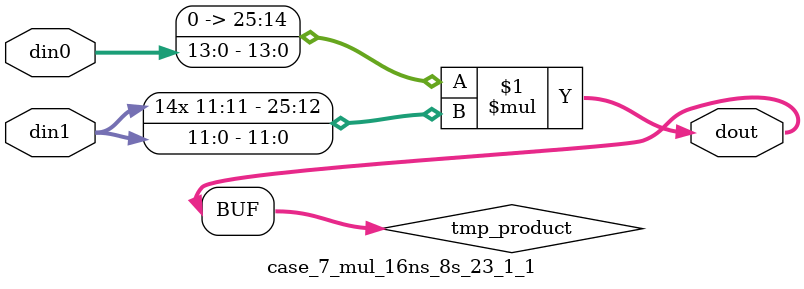
<source format=v>

`timescale 1 ns / 1 ps

 (* use_dsp = "no" *)  module case_7_mul_16ns_8s_23_1_1(din0, din1, dout);
parameter ID = 1;
parameter NUM_STAGE = 0;
parameter din0_WIDTH = 14;
parameter din1_WIDTH = 12;
parameter dout_WIDTH = 26;

input [din0_WIDTH - 1 : 0] din0; 
input [din1_WIDTH - 1 : 0] din1; 
output [dout_WIDTH - 1 : 0] dout;

wire signed [dout_WIDTH - 1 : 0] tmp_product;

























assign tmp_product = $signed({1'b0, din0}) * $signed(din1);










assign dout = tmp_product;





















endmodule

</source>
